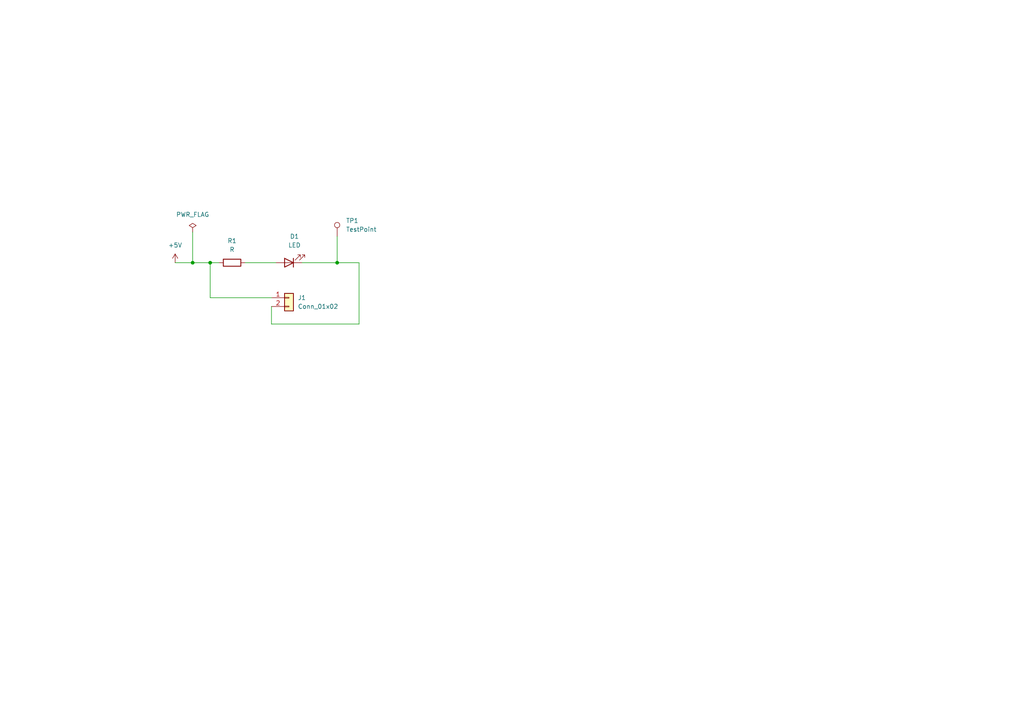
<source format=kicad_sch>
(kicad_sch
	(version 20250114)
	(generator "eeschema")
	(generator_version "9.0")
	(uuid "d0edea2c-c302-4208-8257-87117de62dee")
	(paper "A4")
	(lib_symbols
		(symbol "Connector:TestPoint"
			(pin_numbers
				(hide yes)
			)
			(pin_names
				(offset 0.762)
				(hide yes)
			)
			(exclude_from_sim no)
			(in_bom yes)
			(on_board yes)
			(property "Reference" "TP"
				(at 0 6.858 0)
				(effects
					(font
						(size 1.27 1.27)
					)
				)
			)
			(property "Value" "TestPoint"
				(at 0 5.08 0)
				(effects
					(font
						(size 1.27 1.27)
					)
				)
			)
			(property "Footprint" ""
				(at 5.08 0 0)
				(effects
					(font
						(size 1.27 1.27)
					)
					(hide yes)
				)
			)
			(property "Datasheet" "~"
				(at 5.08 0 0)
				(effects
					(font
						(size 1.27 1.27)
					)
					(hide yes)
				)
			)
			(property "Description" "test point"
				(at 0 0 0)
				(effects
					(font
						(size 1.27 1.27)
					)
					(hide yes)
				)
			)
			(property "ki_keywords" "test point tp"
				(at 0 0 0)
				(effects
					(font
						(size 1.27 1.27)
					)
					(hide yes)
				)
			)
			(property "ki_fp_filters" "Pin* Test*"
				(at 0 0 0)
				(effects
					(font
						(size 1.27 1.27)
					)
					(hide yes)
				)
			)
			(symbol "TestPoint_0_1"
				(circle
					(center 0 3.302)
					(radius 0.762)
					(stroke
						(width 0)
						(type default)
					)
					(fill
						(type none)
					)
				)
			)
			(symbol "TestPoint_1_1"
				(pin passive line
					(at 0 0 90)
					(length 2.54)
					(name "1"
						(effects
							(font
								(size 1.27 1.27)
							)
						)
					)
					(number "1"
						(effects
							(font
								(size 1.27 1.27)
							)
						)
					)
				)
			)
			(embedded_fonts no)
		)
		(symbol "Connector_Generic:Conn_01x02"
			(pin_names
				(offset 1.016)
				(hide yes)
			)
			(exclude_from_sim no)
			(in_bom yes)
			(on_board yes)
			(property "Reference" "J"
				(at 0 2.54 0)
				(effects
					(font
						(size 1.27 1.27)
					)
				)
			)
			(property "Value" "Conn_01x02"
				(at 0 -5.08 0)
				(effects
					(font
						(size 1.27 1.27)
					)
				)
			)
			(property "Footprint" ""
				(at 0 0 0)
				(effects
					(font
						(size 1.27 1.27)
					)
					(hide yes)
				)
			)
			(property "Datasheet" "~"
				(at 0 0 0)
				(effects
					(font
						(size 1.27 1.27)
					)
					(hide yes)
				)
			)
			(property "Description" "Generic connector, single row, 01x02, script generated (kicad-library-utils/schlib/autogen/connector/)"
				(at 0 0 0)
				(effects
					(font
						(size 1.27 1.27)
					)
					(hide yes)
				)
			)
			(property "ki_keywords" "connector"
				(at 0 0 0)
				(effects
					(font
						(size 1.27 1.27)
					)
					(hide yes)
				)
			)
			(property "ki_fp_filters" "Connector*:*_1x??_*"
				(at 0 0 0)
				(effects
					(font
						(size 1.27 1.27)
					)
					(hide yes)
				)
			)
			(symbol "Conn_01x02_1_1"
				(rectangle
					(start -1.27 1.27)
					(end 1.27 -3.81)
					(stroke
						(width 0.254)
						(type default)
					)
					(fill
						(type background)
					)
				)
				(rectangle
					(start -1.27 0.127)
					(end 0 -0.127)
					(stroke
						(width 0.1524)
						(type default)
					)
					(fill
						(type none)
					)
				)
				(rectangle
					(start -1.27 -2.413)
					(end 0 -2.667)
					(stroke
						(width 0.1524)
						(type default)
					)
					(fill
						(type none)
					)
				)
				(pin passive line
					(at -5.08 0 0)
					(length 3.81)
					(name "Pin_1"
						(effects
							(font
								(size 1.27 1.27)
							)
						)
					)
					(number "1"
						(effects
							(font
								(size 1.27 1.27)
							)
						)
					)
				)
				(pin passive line
					(at -5.08 -2.54 0)
					(length 3.81)
					(name "Pin_2"
						(effects
							(font
								(size 1.27 1.27)
							)
						)
					)
					(number "2"
						(effects
							(font
								(size 1.27 1.27)
							)
						)
					)
				)
			)
			(embedded_fonts no)
		)
		(symbol "Device:LED"
			(pin_numbers
				(hide yes)
			)
			(pin_names
				(offset 1.016)
				(hide yes)
			)
			(exclude_from_sim no)
			(in_bom yes)
			(on_board yes)
			(property "Reference" "D"
				(at 0 2.54 0)
				(effects
					(font
						(size 1.27 1.27)
					)
				)
			)
			(property "Value" "LED"
				(at 0 -2.54 0)
				(effects
					(font
						(size 1.27 1.27)
					)
				)
			)
			(property "Footprint" ""
				(at 0 0 0)
				(effects
					(font
						(size 1.27 1.27)
					)
					(hide yes)
				)
			)
			(property "Datasheet" "~"
				(at 0 0 0)
				(effects
					(font
						(size 1.27 1.27)
					)
					(hide yes)
				)
			)
			(property "Description" "Light emitting diode"
				(at 0 0 0)
				(effects
					(font
						(size 1.27 1.27)
					)
					(hide yes)
				)
			)
			(property "Sim.Pins" "1=K 2=A"
				(at 0 0 0)
				(effects
					(font
						(size 1.27 1.27)
					)
					(hide yes)
				)
			)
			(property "ki_keywords" "LED diode"
				(at 0 0 0)
				(effects
					(font
						(size 1.27 1.27)
					)
					(hide yes)
				)
			)
			(property "ki_fp_filters" "LED* LED_SMD:* LED_THT:*"
				(at 0 0 0)
				(effects
					(font
						(size 1.27 1.27)
					)
					(hide yes)
				)
			)
			(symbol "LED_0_1"
				(polyline
					(pts
						(xy -3.048 -0.762) (xy -4.572 -2.286) (xy -3.81 -2.286) (xy -4.572 -2.286) (xy -4.572 -1.524)
					)
					(stroke
						(width 0)
						(type default)
					)
					(fill
						(type none)
					)
				)
				(polyline
					(pts
						(xy -1.778 -0.762) (xy -3.302 -2.286) (xy -2.54 -2.286) (xy -3.302 -2.286) (xy -3.302 -1.524)
					)
					(stroke
						(width 0)
						(type default)
					)
					(fill
						(type none)
					)
				)
				(polyline
					(pts
						(xy -1.27 0) (xy 1.27 0)
					)
					(stroke
						(width 0)
						(type default)
					)
					(fill
						(type none)
					)
				)
				(polyline
					(pts
						(xy -1.27 -1.27) (xy -1.27 1.27)
					)
					(stroke
						(width 0.254)
						(type default)
					)
					(fill
						(type none)
					)
				)
				(polyline
					(pts
						(xy 1.27 -1.27) (xy 1.27 1.27) (xy -1.27 0) (xy 1.27 -1.27)
					)
					(stroke
						(width 0.254)
						(type default)
					)
					(fill
						(type none)
					)
				)
			)
			(symbol "LED_1_1"
				(pin passive line
					(at -3.81 0 0)
					(length 2.54)
					(name "K"
						(effects
							(font
								(size 1.27 1.27)
							)
						)
					)
					(number "1"
						(effects
							(font
								(size 1.27 1.27)
							)
						)
					)
				)
				(pin passive line
					(at 3.81 0 180)
					(length 2.54)
					(name "A"
						(effects
							(font
								(size 1.27 1.27)
							)
						)
					)
					(number "2"
						(effects
							(font
								(size 1.27 1.27)
							)
						)
					)
				)
			)
			(embedded_fonts no)
		)
		(symbol "Device:R"
			(pin_numbers
				(hide yes)
			)
			(pin_names
				(offset 0)
			)
			(exclude_from_sim no)
			(in_bom yes)
			(on_board yes)
			(property "Reference" "R"
				(at 2.032 0 90)
				(effects
					(font
						(size 1.27 1.27)
					)
				)
			)
			(property "Value" "R"
				(at 0 0 90)
				(effects
					(font
						(size 1.27 1.27)
					)
				)
			)
			(property "Footprint" ""
				(at -1.778 0 90)
				(effects
					(font
						(size 1.27 1.27)
					)
					(hide yes)
				)
			)
			(property "Datasheet" "~"
				(at 0 0 0)
				(effects
					(font
						(size 1.27 1.27)
					)
					(hide yes)
				)
			)
			(property "Description" "Resistor"
				(at 0 0 0)
				(effects
					(font
						(size 1.27 1.27)
					)
					(hide yes)
				)
			)
			(property "ki_keywords" "R res resistor"
				(at 0 0 0)
				(effects
					(font
						(size 1.27 1.27)
					)
					(hide yes)
				)
			)
			(property "ki_fp_filters" "R_*"
				(at 0 0 0)
				(effects
					(font
						(size 1.27 1.27)
					)
					(hide yes)
				)
			)
			(symbol "R_0_1"
				(rectangle
					(start -1.016 -2.54)
					(end 1.016 2.54)
					(stroke
						(width 0.254)
						(type default)
					)
					(fill
						(type none)
					)
				)
			)
			(symbol "R_1_1"
				(pin passive line
					(at 0 3.81 270)
					(length 1.27)
					(name "~"
						(effects
							(font
								(size 1.27 1.27)
							)
						)
					)
					(number "1"
						(effects
							(font
								(size 1.27 1.27)
							)
						)
					)
				)
				(pin passive line
					(at 0 -3.81 90)
					(length 1.27)
					(name "~"
						(effects
							(font
								(size 1.27 1.27)
							)
						)
					)
					(number "2"
						(effects
							(font
								(size 1.27 1.27)
							)
						)
					)
				)
			)
			(embedded_fonts no)
		)
		(symbol "power:+5V"
			(power)
			(pin_numbers
				(hide yes)
			)
			(pin_names
				(offset 0)
				(hide yes)
			)
			(exclude_from_sim no)
			(in_bom yes)
			(on_board yes)
			(property "Reference" "#PWR"
				(at 0 -3.81 0)
				(effects
					(font
						(size 1.27 1.27)
					)
					(hide yes)
				)
			)
			(property "Value" "+5V"
				(at 0 3.556 0)
				(effects
					(font
						(size 1.27 1.27)
					)
				)
			)
			(property "Footprint" ""
				(at 0 0 0)
				(effects
					(font
						(size 1.27 1.27)
					)
					(hide yes)
				)
			)
			(property "Datasheet" ""
				(at 0 0 0)
				(effects
					(font
						(size 1.27 1.27)
					)
					(hide yes)
				)
			)
			(property "Description" "Power symbol creates a global label with name \"+5V\""
				(at 0 0 0)
				(effects
					(font
						(size 1.27 1.27)
					)
					(hide yes)
				)
			)
			(property "ki_keywords" "global power"
				(at 0 0 0)
				(effects
					(font
						(size 1.27 1.27)
					)
					(hide yes)
				)
			)
			(symbol "+5V_0_1"
				(polyline
					(pts
						(xy -0.762 1.27) (xy 0 2.54)
					)
					(stroke
						(width 0)
						(type default)
					)
					(fill
						(type none)
					)
				)
				(polyline
					(pts
						(xy 0 2.54) (xy 0.762 1.27)
					)
					(stroke
						(width 0)
						(type default)
					)
					(fill
						(type none)
					)
				)
				(polyline
					(pts
						(xy 0 0) (xy 0 2.54)
					)
					(stroke
						(width 0)
						(type default)
					)
					(fill
						(type none)
					)
				)
			)
			(symbol "+5V_1_1"
				(pin power_in line
					(at 0 0 90)
					(length 0)
					(name "~"
						(effects
							(font
								(size 1.27 1.27)
							)
						)
					)
					(number "1"
						(effects
							(font
								(size 1.27 1.27)
							)
						)
					)
				)
			)
			(embedded_fonts no)
		)
		(symbol "power:PWR_FLAG"
			(power)
			(pin_numbers
				(hide yes)
			)
			(pin_names
				(offset 0)
				(hide yes)
			)
			(exclude_from_sim no)
			(in_bom yes)
			(on_board yes)
			(property "Reference" "#FLG"
				(at 0 1.905 0)
				(effects
					(font
						(size 1.27 1.27)
					)
					(hide yes)
				)
			)
			(property "Value" "PWR_FLAG"
				(at 0 3.81 0)
				(effects
					(font
						(size 1.27 1.27)
					)
				)
			)
			(property "Footprint" ""
				(at 0 0 0)
				(effects
					(font
						(size 1.27 1.27)
					)
					(hide yes)
				)
			)
			(property "Datasheet" "~"
				(at 0 0 0)
				(effects
					(font
						(size 1.27 1.27)
					)
					(hide yes)
				)
			)
			(property "Description" "Special symbol for telling ERC where power comes from"
				(at 0 0 0)
				(effects
					(font
						(size 1.27 1.27)
					)
					(hide yes)
				)
			)
			(property "ki_keywords" "flag power"
				(at 0 0 0)
				(effects
					(font
						(size 1.27 1.27)
					)
					(hide yes)
				)
			)
			(symbol "PWR_FLAG_0_0"
				(pin power_out line
					(at 0 0 90)
					(length 0)
					(name "~"
						(effects
							(font
								(size 1.27 1.27)
							)
						)
					)
					(number "1"
						(effects
							(font
								(size 1.27 1.27)
							)
						)
					)
				)
			)
			(symbol "PWR_FLAG_0_1"
				(polyline
					(pts
						(xy 0 0) (xy 0 1.27) (xy -1.016 1.905) (xy 0 2.54) (xy 1.016 1.905) (xy 0 1.27)
					)
					(stroke
						(width 0)
						(type default)
					)
					(fill
						(type none)
					)
				)
			)
			(embedded_fonts no)
		)
	)
	(junction
		(at 55.88 76.2)
		(diameter 0)
		(color 0 0 0 0)
		(uuid "014140fe-fbd7-4c2a-b81d-ddeda66ac8db")
	)
	(junction
		(at 60.96 76.2)
		(diameter 0)
		(color 0 0 0 0)
		(uuid "8ab33264-73fa-4d33-bb94-9ddf60fca4ed")
	)
	(junction
		(at 97.79 76.2)
		(diameter 0)
		(color 0 0 0 0)
		(uuid "e100823b-b36a-4cd0-b82b-6e9b14d9c431")
	)
	(wire
		(pts
			(xy 104.14 76.2) (xy 104.14 93.98)
		)
		(stroke
			(width 0)
			(type default)
		)
		(uuid "0524fefa-467a-4b38-96b4-85ae5c4022a0")
	)
	(wire
		(pts
			(xy 60.96 76.2) (xy 63.5 76.2)
		)
		(stroke
			(width 0)
			(type default)
		)
		(uuid "0a1252e8-dd10-4ee2-af0b-d2843b24f3a0")
	)
	(wire
		(pts
			(xy 50.8 76.2) (xy 55.88 76.2)
		)
		(stroke
			(width 0)
			(type default)
		)
		(uuid "175f4c89-4e9d-4901-b0a6-345ee3b77b68")
	)
	(wire
		(pts
			(xy 87.63 76.2) (xy 97.79 76.2)
		)
		(stroke
			(width 0)
			(type default)
		)
		(uuid "3995c0c7-7bbe-4af4-8620-03a72bb15c7d")
	)
	(wire
		(pts
			(xy 97.79 68.58) (xy 97.79 76.2)
		)
		(stroke
			(width 0)
			(type default)
		)
		(uuid "3ab4b331-e9d2-412a-af7d-4a8616c23888")
	)
	(wire
		(pts
			(xy 78.74 86.36) (xy 60.96 86.36)
		)
		(stroke
			(width 0)
			(type default)
		)
		(uuid "425d12a0-ed77-484e-add5-e6bc914adf7d")
	)
	(wire
		(pts
			(xy 55.88 67.31) (xy 55.88 76.2)
		)
		(stroke
			(width 0)
			(type default)
		)
		(uuid "5b7e943c-a5b7-499b-add2-f91812b5f01c")
	)
	(wire
		(pts
			(xy 60.96 86.36) (xy 60.96 76.2)
		)
		(stroke
			(width 0)
			(type default)
		)
		(uuid "6134cdff-5cd2-437c-890e-8b2a75af553b")
	)
	(wire
		(pts
			(xy 78.74 93.98) (xy 104.14 93.98)
		)
		(stroke
			(width 0)
			(type default)
		)
		(uuid "6259b367-0607-44fd-a02f-4f042b257d9d")
	)
	(wire
		(pts
			(xy 78.74 88.9) (xy 78.74 93.98)
		)
		(stroke
			(width 0)
			(type default)
		)
		(uuid "9370170f-cf1a-4a51-9dc6-fa0b6df582da")
	)
	(wire
		(pts
			(xy 71.12 76.2) (xy 80.01 76.2)
		)
		(stroke
			(width 0)
			(type default)
		)
		(uuid "a125083a-6531-4e9e-b9e8-c3223b1e3f95")
	)
	(wire
		(pts
			(xy 97.79 76.2) (xy 104.14 76.2)
		)
		(stroke
			(width 0)
			(type default)
		)
		(uuid "c9d2400e-b658-4a44-a227-239ac68e6787")
	)
	(wire
		(pts
			(xy 55.88 76.2) (xy 60.96 76.2)
		)
		(stroke
			(width 0)
			(type default)
		)
		(uuid "f019e86b-d4df-45b9-b855-6a53b4d3ce66")
	)
	(symbol
		(lib_id "power:PWR_FLAG")
		(at 55.88 67.31 0)
		(unit 1)
		(exclude_from_sim no)
		(in_bom yes)
		(on_board yes)
		(dnp no)
		(fields_autoplaced yes)
		(uuid "07e8235a-a38f-4430-8d7b-28fbf2527fa8")
		(property "Reference" "#FLG01"
			(at 55.88 65.405 0)
			(effects
				(font
					(size 1.27 1.27)
				)
				(hide yes)
			)
		)
		(property "Value" "PWR_FLAG"
			(at 55.88 62.23 0)
			(effects
				(font
					(size 1.27 1.27)
				)
			)
		)
		(property "Footprint" ""
			(at 55.88 67.31 0)
			(effects
				(font
					(size 1.27 1.27)
				)
				(hide yes)
			)
		)
		(property "Datasheet" "~"
			(at 55.88 67.31 0)
			(effects
				(font
					(size 1.27 1.27)
				)
				(hide yes)
			)
		)
		(property "Description" "Special symbol for telling ERC where power comes from"
			(at 55.88 67.31 0)
			(effects
				(font
					(size 1.27 1.27)
				)
				(hide yes)
			)
		)
		(pin "1"
			(uuid "9285641b-320a-42e9-81bc-9f1245f5bc1e")
		)
		(instances
			(project ""
				(path "/d0edea2c-c302-4208-8257-87117de62dee"
					(reference "#FLG01")
					(unit 1)
				)
			)
		)
	)
	(symbol
		(lib_id "Connector_Generic:Conn_01x02")
		(at 83.82 86.36 0)
		(unit 1)
		(exclude_from_sim no)
		(in_bom yes)
		(on_board yes)
		(dnp no)
		(fields_autoplaced yes)
		(uuid "a7d038f4-fb79-472b-b371-b89c16c3719a")
		(property "Reference" "J1"
			(at 86.36 86.3599 0)
			(effects
				(font
					(size 1.27 1.27)
				)
				(justify left)
			)
		)
		(property "Value" "Conn_01x02"
			(at 86.36 88.8999 0)
			(effects
				(font
					(size 1.27 1.27)
				)
				(justify left)
			)
		)
		(property "Footprint" "Connector_PinHeader_2.54mm:PinHeader_1x02_P2.54mm_Vertical"
			(at 83.82 86.36 0)
			(effects
				(font
					(size 1.27 1.27)
				)
				(hide yes)
			)
		)
		(property "Datasheet" "~"
			(at 83.82 86.36 0)
			(effects
				(font
					(size 1.27 1.27)
				)
				(hide yes)
			)
		)
		(property "Description" "Generic connector, single row, 01x02, script generated (kicad-library-utils/schlib/autogen/connector/)"
			(at 83.82 86.36 0)
			(effects
				(font
					(size 1.27 1.27)
				)
				(hide yes)
			)
		)
		(pin "2"
			(uuid "6e10b825-a07f-4ca5-b6aa-7ab124254d89")
		)
		(pin "1"
			(uuid "c6b8b7ed-79e6-4a41-975e-757af78a60dc")
		)
		(instances
			(project ""
				(path "/d0edea2c-c302-4208-8257-87117de62dee"
					(reference "J1")
					(unit 1)
				)
			)
		)
	)
	(symbol
		(lib_id "Device:R")
		(at 67.31 76.2 90)
		(unit 1)
		(exclude_from_sim no)
		(in_bom yes)
		(on_board yes)
		(dnp no)
		(fields_autoplaced yes)
		(uuid "cc2a1d1e-c489-4e6e-9eed-95ebba14f50c")
		(property "Reference" "R1"
			(at 67.31 69.85 90)
			(effects
				(font
					(size 1.27 1.27)
				)
			)
		)
		(property "Value" "R"
			(at 67.31 72.39 90)
			(effects
				(font
					(size 1.27 1.27)
				)
			)
		)
		(property "Footprint" "Resistor_SMD:R_0603_1608Metric"
			(at 67.31 77.978 90)
			(effects
				(font
					(size 1.27 1.27)
				)
				(hide yes)
			)
		)
		(property "Datasheet" "~"
			(at 67.31 76.2 0)
			(effects
				(font
					(size 1.27 1.27)
				)
				(hide yes)
			)
		)
		(property "Description" "Resistor"
			(at 67.31 76.2 0)
			(effects
				(font
					(size 1.27 1.27)
				)
				(hide yes)
			)
		)
		(pin "1"
			(uuid "ab26b240-104b-43ff-aaed-bc525bf96fca")
		)
		(pin "2"
			(uuid "bb2863df-85a5-45b3-9dfc-13fcfb7f2b7d")
		)
		(instances
			(project ""
				(path "/d0edea2c-c302-4208-8257-87117de62dee"
					(reference "R1")
					(unit 1)
				)
			)
		)
	)
	(symbol
		(lib_id "power:+5V")
		(at 50.8 76.2 0)
		(unit 1)
		(exclude_from_sim no)
		(in_bom yes)
		(on_board yes)
		(dnp no)
		(fields_autoplaced yes)
		(uuid "d1294df5-f04f-418d-874b-a7d92582abdb")
		(property "Reference" "#PWR01"
			(at 50.8 80.01 0)
			(effects
				(font
					(size 1.27 1.27)
				)
				(hide yes)
			)
		)
		(property "Value" "+5V"
			(at 50.8 71.12 0)
			(effects
				(font
					(size 1.27 1.27)
				)
			)
		)
		(property "Footprint" ""
			(at 50.8 76.2 0)
			(effects
				(font
					(size 1.27 1.27)
				)
				(hide yes)
			)
		)
		(property "Datasheet" ""
			(at 50.8 76.2 0)
			(effects
				(font
					(size 1.27 1.27)
				)
				(hide yes)
			)
		)
		(property "Description" "Power symbol creates a global label with name \"+5V\""
			(at 50.8 76.2 0)
			(effects
				(font
					(size 1.27 1.27)
				)
				(hide yes)
			)
		)
		(pin "1"
			(uuid "8d8eb20f-2ebd-4c1b-94d7-ee3ef52dc6c6")
		)
		(instances
			(project ""
				(path "/d0edea2c-c302-4208-8257-87117de62dee"
					(reference "#PWR01")
					(unit 1)
				)
			)
		)
	)
	(symbol
		(lib_id "Connector:TestPoint")
		(at 97.79 68.58 0)
		(unit 1)
		(exclude_from_sim no)
		(in_bom yes)
		(on_board yes)
		(dnp no)
		(fields_autoplaced yes)
		(uuid "e30308cc-8751-409a-96ae-a6669ac9489d")
		(property "Reference" "TP1"
			(at 100.33 64.0079 0)
			(effects
				(font
					(size 1.27 1.27)
				)
				(justify left)
			)
		)
		(property "Value" "TestPoint"
			(at 100.33 66.5479 0)
			(effects
				(font
					(size 1.27 1.27)
				)
				(justify left)
			)
		)
		(property "Footprint" "TestPoint:TestPoint_Pad_1.0x1.0mm"
			(at 102.87 68.58 0)
			(effects
				(font
					(size 1.27 1.27)
				)
				(hide yes)
			)
		)
		(property "Datasheet" "~"
			(at 102.87 68.58 0)
			(effects
				(font
					(size 1.27 1.27)
				)
				(hide yes)
			)
		)
		(property "Description" "test point"
			(at 97.79 68.58 0)
			(effects
				(font
					(size 1.27 1.27)
				)
				(hide yes)
			)
		)
		(pin "1"
			(uuid "601c784e-820a-4c68-a127-38835491529c")
		)
		(instances
			(project ""
				(path "/d0edea2c-c302-4208-8257-87117de62dee"
					(reference "TP1")
					(unit 1)
				)
			)
		)
	)
	(symbol
		(lib_id "Device:LED")
		(at 83.82 76.2 180)
		(unit 1)
		(exclude_from_sim no)
		(in_bom yes)
		(on_board yes)
		(dnp no)
		(fields_autoplaced yes)
		(uuid "ea02ddf8-e9ed-44c1-af58-ff4240258d53")
		(property "Reference" "D1"
			(at 85.4075 68.58 0)
			(effects
				(font
					(size 1.27 1.27)
				)
			)
		)
		(property "Value" "LED"
			(at 85.4075 71.12 0)
			(effects
				(font
					(size 1.27 1.27)
				)
			)
		)
		(property "Footprint" "LED_SMD:LED_0603_1608Metric"
			(at 83.82 76.2 0)
			(effects
				(font
					(size 1.27 1.27)
				)
				(hide yes)
			)
		)
		(property "Datasheet" "~"
			(at 83.82 76.2 0)
			(effects
				(font
					(size 1.27 1.27)
				)
				(hide yes)
			)
		)
		(property "Description" "Light emitting diode"
			(at 83.82 76.2 0)
			(effects
				(font
					(size 1.27 1.27)
				)
				(hide yes)
			)
		)
		(property "Sim.Pins" "1=K 2=A"
			(at 83.82 76.2 0)
			(effects
				(font
					(size 1.27 1.27)
				)
				(hide yes)
			)
		)
		(pin "1"
			(uuid "a8cfdd6e-2f30-484f-9832-7829afa8337b")
		)
		(pin "2"
			(uuid "eaec7246-2b6d-45a3-8d75-b9a93ed1649d")
		)
		(instances
			(project ""
				(path "/d0edea2c-c302-4208-8257-87117de62dee"
					(reference "D1")
					(unit 1)
				)
			)
		)
	)
	(sheet_instances
		(path "/"
			(page "1")
		)
	)
	(embedded_fonts no)
)

</source>
